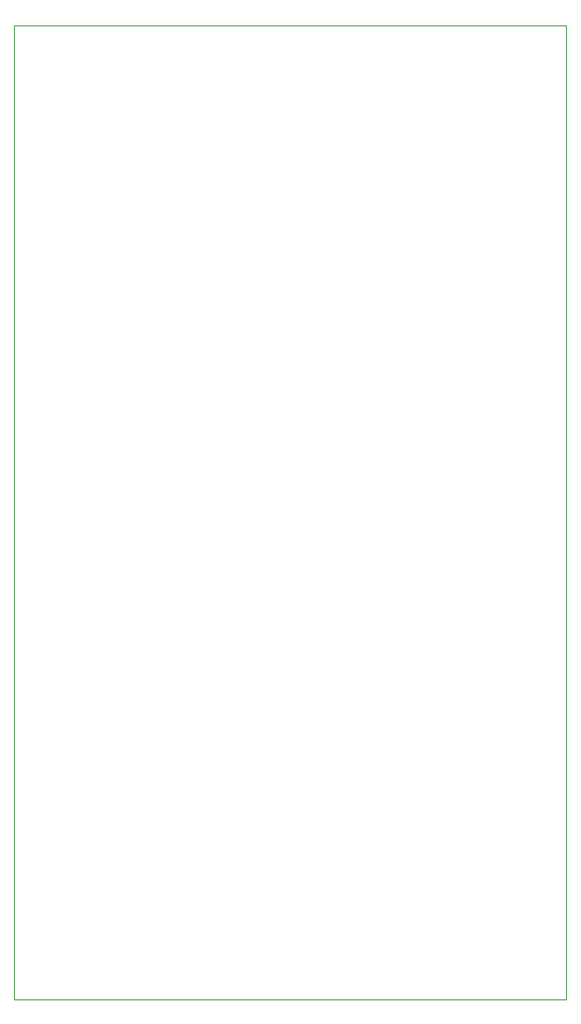
<source format=gbr>
%TF.GenerationSoftware,KiCad,Pcbnew,7.0.2-79-gd0069e0e1d*%
%TF.CreationDate,2023-05-08T00:19:59+01:00*%
%TF.ProjectId,ToastedBreadBoard64,546f6173-7465-4644-9272-656164426f61,rev?*%
%TF.SameCoordinates,Original*%
%TF.FileFunction,Profile,NP*%
%FSLAX46Y46*%
G04 Gerber Fmt 4.6, Leading zero omitted, Abs format (unit mm)*
G04 Created by KiCad (PCBNEW 7.0.2-79-gd0069e0e1d) date 2023-05-08 00:19:59*
%MOMM*%
%LPD*%
G01*
G04 APERTURE LIST*
%TA.AperFunction,Profile*%
%ADD10C,0.100000*%
%TD*%
G04 APERTURE END LIST*
D10*
X101600000Y-20320000D02*
X154940000Y-20320000D01*
X154940000Y-114300000D01*
X101600000Y-114300000D01*
X101600000Y-20320000D01*
M02*

</source>
